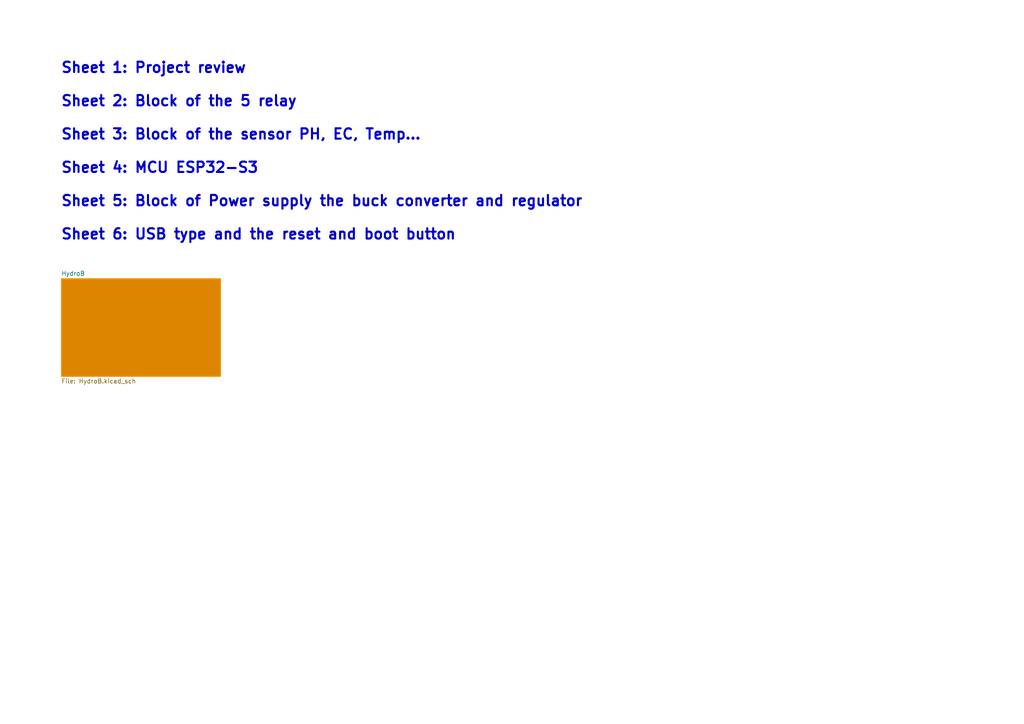
<source format=kicad_sch>
(kicad_sch
	(version 20231120)
	(generator "eeschema")
	(generator_version "8.0")
	(uuid "0a8bb8df-6bdd-4d10-933b-144d3fa4f517")
	(paper "A4")
	(lib_symbols)
	(text "Sheet 1: Project review \n\nSheet 2: Block of the 5 relay\n\nSheet 3: Block of the sensor PH, EC, Temp...\n\nSheet 4: MCU ESP32-S3\n\nSheet 5: Block of Power supply the buck converter and regulator\n\nSheet 6: USB type and the reset and boot button"
		(exclude_from_sim no)
		(at 17.526 18.034 0)
		(effects
			(font
				(size 3 3)
				(thickness 0.6)
				(bold yes)
			)
			(justify left top)
		)
		(uuid "303db453-ad8f-4ce9-9da8-215349d7b93e")
	)
	(sheet
		(at 17.78 80.772)
		(size 46.228 28.448)
		(fields_autoplaced yes)
		(stroke
			(width 0.1524)
			(type solid)
			(color 255 153 0 1)
		)
		(fill
			(color 221 133 0 1.0000)
		)
		(uuid "b5cea501-254b-4c6a-af47-d8c013c279ab")
		(property "Sheetname" "HydroB"
			(at 17.78 80.0604 0)
			(effects
				(font
					(size 1.27 1.27)
				)
				(justify left bottom)
			)
		)
		(property "Sheetfile" "HydroB.kicad_sch"
			(at 17.78 109.8046 0)
			(effects
				(font
					(size 1.27 1.27)
				)
				(justify left top)
			)
		)
		(instances
			(project "HydroB V2"
				(path "/0a8bb8df-6bdd-4d10-933b-144d3fa4f517"
					(page "1")
				)
			)
		)
	)
	(sheet_instances
		(path "/"
			(page "1")
		)
	)
)
</source>
